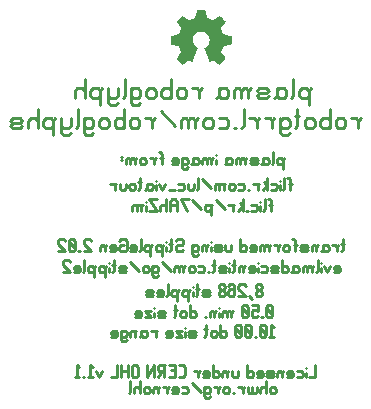
<source format=gbr>
G04 start of page 8 for group -4078 idx -4078 *
G04 Title: (unknown), bottomsilk *
G04 Creator: pcb 20110918 *
G04 CreationDate: Tue Jul 31 21:11:32 2012 UTC *
G04 For: frankenteddy *
G04 Format: Gerber/RS-274X *
G04 PCB-Dimensions: 212500 212500 *
G04 PCB-Coordinate-Origin: lower left *
%MOIN*%
%FSLAX25Y25*%
%LNBOTTOMSILK*%
%ADD31C,0.0100*%
%ADD30C,0.0001*%
G54D30*G36*
X105500Y152000D02*X108077D01*
X108160Y151968D01*
X108207Y151892D01*
X108256Y151653D01*
X108300Y151431D01*
X108691Y149299D01*
X108738Y149211D01*
X108821Y149153D01*
X108924Y149109D01*
X109714Y148838D01*
X110464Y148480D01*
X110470D01*
X110557Y148442D01*
X110654Y148428D01*
X110752Y148459D01*
X112525Y149678D01*
X112716Y149803D01*
X112917Y149939D01*
X113003Y149964D01*
X113085Y149928D01*
X113416Y149598D01*
X113920Y149098D01*
X114078Y148935D01*
X114577Y148437D01*
X114739Y148280D01*
X114907Y148106D01*
X114946Y148021D01*
X114924Y147932D01*
X114788Y147731D01*
X114659Y147541D01*
X113470Y145805D01*
X113438Y145713D01*
X113453Y145616D01*
X113498Y145517D01*
X114181Y143911D01*
X114218Y143820D01*
X114281Y143742D01*
X114371Y143695D01*
X116410Y143314D01*
X116634Y143271D01*
X116877Y143228D01*
X116952Y143181D01*
X116981Y143098D01*
Y140521D01*
X116952Y140432D01*
X116877Y140385D01*
X116634Y140342D01*
X116410Y140299D01*
X114431Y139930D01*
X114343Y139882D01*
X114289Y139799D01*
X114261Y139739D01*
Y139728D01*
X113546Y137955D01*
X113541Y137943D01*
X113524Y137900D01*
X113507Y137799D01*
X113535Y137705D01*
X114664Y136073D01*
X114788Y135882D01*
X114929Y135681D01*
X114948Y135595D01*
X114907Y135513D01*
X114739Y135334D01*
X114577Y135177D01*
X113259Y133859D01*
X113085Y133691D01*
X113003Y133650D01*
X112917Y133668D01*
X112716Y133810D01*
X112525Y133934D01*
X110931Y135031D01*
X110832Y135060D01*
X110735Y135041D01*
X110404Y134857D01*
X110210Y134748D01*
X109863Y134570D01*
X109778Y134564D01*
X109716Y134624D01*
X109570Y134981D01*
X109482Y135188D01*
X108099Y138546D01*
X108011Y138752D01*
X107914Y138985D01*
X107910Y139080D01*
X107963Y139153D01*
X108186Y139284D01*
X108327Y139392D01*
X108863Y139838D01*
X109278Y140402D01*
X109545Y141061D01*
X109639Y141791D01*
X109581Y142366D01*
X109416Y142900D01*
X109153Y143385D01*
X108804Y143807D01*
X108384Y144156D01*
X107900Y144420D01*
X107366Y144585D01*
X106792Y144643D01*
X106217Y144585D01*
X105682Y144420D01*
X105199Y144156D01*
X104777Y143807D01*
X104429Y143385D01*
X104167Y142900D01*
X104002Y142366D01*
X103943Y141791D01*
X104036Y141061D01*
X104303Y140402D01*
X104717Y139838D01*
X105256Y139392D01*
X105392Y139284D01*
X105614Y139153D01*
X105668Y139080D01*
X105663Y138985D01*
X105566Y138752D01*
X105478Y138546D01*
X104095Y135188D01*
X104009Y134981D01*
X103861Y134624D01*
X103800Y134564D01*
X103716Y134570D01*
X103374Y134748D01*
X103173Y134857D01*
X102842Y135041D01*
X102743Y135060D01*
X102646Y135031D01*
X101052Y133934D01*
X100867Y133810D01*
X100661Y133668D01*
X100574Y133650D01*
X100492Y133691D01*
X100318Y133859D01*
X100161Y134021D01*
X99663Y134520D01*
X99500Y134678D01*
X99000Y135177D01*
X98838Y135334D01*
X98670Y135513D01*
X98631Y135595D01*
X98653Y135681D01*
X98789Y135882D01*
X98920Y136073D01*
X100042Y137705D01*
X100070Y137799D01*
X100053Y137900D01*
X100031Y137960D01*
X99321Y139734D01*
X99288Y139799D01*
X99234Y139882D01*
X99148Y139930D01*
X97167Y140299D01*
X96945Y140342D01*
X96706Y140385D01*
X96627Y140435D01*
X96598Y140521D01*
Y143098D01*
X96627Y143181D01*
X96706Y143228D01*
X96945Y143277D01*
X97167Y143314D01*
X99207Y143695D01*
X99296Y143742D01*
X99359Y143825D01*
X99396Y143911D01*
X100085Y145517D01*
X100124Y145616D01*
X100141Y145713D01*
X100113Y145805D01*
X98920Y147546D01*
X98789Y147731D01*
X98653Y147932D01*
X98631Y148021D01*
X98670Y148106D01*
X98838Y148280D01*
X99000Y148437D01*
X100492Y149928D01*
X100574Y149964D01*
X100661Y149945D01*
X100867Y149809D01*
X101052Y149678D01*
X102825Y148459D01*
X102923Y148430D01*
X103021Y148448D01*
X103107Y148480D01*
X103118Y148485D01*
X103864Y148839D01*
X104654Y149114D01*
X104757Y149153D01*
X104841Y149211D01*
X104886Y149299D01*
X105284Y151431D01*
X105321Y151653D01*
X105370Y151892D01*
X105417Y151968D01*
X105500Y152000D01*
G37*
G54D31*X154000Y72000D02*Y75500D01*
Y72000D02*X153500Y71500D01*
Y74000D02*X154500D01*
X152000Y71500D02*Y73000D01*
X151500Y73500D01*
X150500D02*X151500D01*
X152500D02*X152000Y73000D01*
X147800Y73500D02*X147300Y73000D01*
X147800Y73500D02*X148800D01*
X149300Y73000D02*X148800Y73500D01*
X149300Y72000D02*Y73000D01*
Y72000D02*X148800Y71500D01*
X147300Y72000D02*Y73500D01*
Y72000D02*X146800Y71500D01*
X147800D02*X148800D01*
X147800D02*X147300Y72000D01*
X145100Y71500D02*Y73000D01*
X144600Y73500D01*
X144100D02*X144600D01*
X144100D02*X143600Y73000D01*
Y71500D02*Y73000D01*
X145600Y73500D02*X145100Y73000D01*
X140400Y71500D02*X141900D01*
X140400D02*X139900Y72000D01*
X140400Y72500D02*X139900Y72000D01*
X140400Y72500D02*X141900D01*
X142400Y73000D02*X141900Y72500D01*
X142400Y73000D02*X141900Y73500D01*
X140400D02*X141900D01*
X140400D02*X139900Y73000D01*
X142400Y72000D02*X141900Y71500D01*
X138200D02*Y75000D01*
X137700Y75500D01*
X137200D02*X137700D01*
Y73500D02*X138700D01*
X136200Y72000D02*Y73000D01*
X135700Y73500D01*
X134700D02*X135700D01*
X134700D02*X134200Y73000D01*
Y72000D02*Y73000D01*
X134700Y71500D02*X134200Y72000D01*
X134700Y71500D02*X135700D01*
X136200Y72000D02*X135700Y71500D01*
X132500D02*Y73000D01*
X132000Y73500D01*
X131000D02*X132000D01*
X133000D02*X132500Y73000D01*
X129300Y71500D02*Y73000D01*
X128800Y73500D01*
X128300D02*X128800D01*
X128300D02*X127800Y73000D01*
Y71500D02*Y73000D01*
X127300Y73500D01*
X126800D02*X127300D01*
X126800D02*X126300Y73000D01*
Y71500D02*Y73000D01*
X129800Y73500D02*X129300Y73000D01*
X123100Y71500D02*X124600D01*
X125100Y72000D02*X124600Y71500D01*
X125100Y72000D02*Y73000D01*
X124600Y73500D01*
X123600D02*X124600D01*
X123600D02*X123100Y73000D01*
Y72500D02*X125100D01*
X123100D02*Y73000D01*
X119900Y71500D02*Y75500D01*
X120400Y71500D02*X119900Y72000D01*
X120400Y71500D02*X121400D01*
X121900Y72000D02*X121400Y71500D01*
X121900Y72000D02*Y73000D01*
X121400Y73500D01*
X120400D02*X121400D01*
X120400D02*X119900Y73000D01*
X116900Y72000D02*Y73500D01*
Y72000D02*X116400Y71500D01*
X115400D02*X116400D01*
X115400D02*X114900Y72000D01*
Y73500D01*
X111700Y71500D02*X113200D01*
X111700D02*X111200Y72000D01*
X111700Y72500D02*X111200Y72000D01*
X111700Y72500D02*X113200D01*
X113700Y73000D02*X113200Y72500D01*
X113700Y73000D02*X113200Y73500D01*
X111700D02*X113200D01*
X111700D02*X111200Y73000D01*
X113700Y72000D02*X113200Y71500D01*
X110000Y74400D02*Y74500D01*
Y71500D02*Y73000D01*
X108500Y71500D02*Y73000D01*
X108000Y73500D01*
X107500D02*X108000D01*
X107500D02*X107000Y73000D01*
Y71500D02*Y73000D01*
X109000Y73500D02*X108500Y73000D01*
X104300Y73500D02*X103800Y73000D01*
X104300Y73500D02*X105300D01*
X105800Y73000D02*X105300Y73500D01*
X105800Y72000D02*Y73000D01*
Y72000D02*X105300Y71500D01*
X104300D02*X105300D01*
X104300D02*X103800Y72000D01*
X105800Y70500D02*X105300Y70000D01*
X104300D02*X105300D01*
X104300D02*X103800Y70500D01*
Y73500D01*
X98800Y75500D02*X98300Y75000D01*
X98800Y75500D02*X100300D01*
X100800Y75000D02*X100300Y75500D01*
X100800Y74000D02*Y75000D01*
Y74000D02*X100300Y73500D01*
X98800D02*X100300D01*
X98800D02*X98300Y73000D01*
Y72000D02*Y73000D01*
X98800Y71500D02*X98300Y72000D01*
X98800Y71500D02*X100300D01*
X100800Y72000D02*X100300Y71500D01*
X96600Y72000D02*Y75500D01*
Y72000D02*X96100Y71500D01*
Y74000D02*X97100D01*
X95100Y74400D02*Y74500D01*
Y71500D02*Y73000D01*
X93600Y70000D02*Y73000D01*
X94100Y73500D02*X93600Y73000D01*
X93100Y73500D01*
X92100D02*X93100D01*
X92100D02*X91600Y73000D01*
Y72000D02*Y73000D01*
X92100Y71500D02*X91600Y72000D01*
X92100Y71500D02*X93100D01*
X93600Y72000D02*X93100Y71500D01*
X89900Y70000D02*Y73000D01*
X90400Y73500D02*X89900Y73000D01*
X89400Y73500D01*
X88400D02*X89400D01*
X88400D02*X87900Y73000D01*
Y72000D02*Y73000D01*
X88400Y71500D02*X87900Y72000D01*
X88400Y71500D02*X89400D01*
X89900Y72000D02*X89400Y71500D01*
X86700Y72000D02*Y75500D01*
Y72000D02*X86200Y71500D01*
X83200D02*X84700D01*
X85200Y72000D02*X84700Y71500D01*
X85200Y72000D02*Y73000D01*
X84700Y73500D01*
X83700D02*X84700D01*
X83700D02*X83200Y73000D01*
Y72500D02*X85200D01*
X83200D02*Y73000D01*
X80000Y75500D02*X79500Y75000D01*
X80000Y75500D02*X81500D01*
X82000Y75000D02*X81500Y75500D01*
X82000Y72000D02*Y75000D01*
Y72000D02*X81500Y71500D01*
X80000D02*X81500D01*
X80000D02*X79500Y72000D01*
Y73000D01*
X80000Y73500D02*X79500Y73000D01*
X80000Y73500D02*X81000D01*
X76300Y71500D02*X77800D01*
X78300Y72000D02*X77800Y71500D01*
X78300Y72000D02*Y73000D01*
X77800Y73500D01*
X76800D02*X77800D01*
X76800D02*X76300Y73000D01*
Y72500D02*X78300D01*
X76300D02*Y73000D01*
X74600Y71500D02*Y73000D01*
X74100Y73500D01*
X73600D02*X74100D01*
X73600D02*X73100Y73000D01*
Y71500D02*Y73000D01*
X75100Y73500D02*X74600Y73000D01*
X70100Y75000D02*X69600Y75500D01*
X68100D02*X69600D01*
X68100D02*X67600Y75000D01*
Y74000D02*Y75000D01*
X70100Y71500D02*X67600Y74000D01*
Y71500D02*X70100D01*
X65900D02*X66400D01*
X64700Y72000D02*X64200Y71500D01*
X64700Y72000D02*Y75000D01*
X64200Y75500D01*
X63200D02*X64200D01*
X63200D02*X62700Y75000D01*
Y72000D02*Y75000D01*
X63200Y71500D02*X62700Y72000D01*
X63200Y71500D02*X64200D01*
X64700Y72500D02*X62700Y74500D01*
X61500Y75000D02*X61000Y75500D01*
X59500D02*X61000D01*
X59500D02*X59000Y75000D01*
Y74000D02*Y75000D01*
X61500Y71500D02*X59000Y74000D01*
Y71500D02*X61500D01*
X151000Y64500D02*X152500D01*
X153000Y65000D02*X152500Y64500D01*
X153000Y65000D02*Y66000D01*
X152500Y66500D01*
X151500D02*X152500D01*
X151500D02*X151000Y66000D01*
Y65500D02*X153000D01*
X151000D02*Y66000D01*
X149800Y66500D02*X148800Y64500D01*
X147800Y66500D02*X148800Y64500D01*
X146600Y67400D02*Y67500D01*
Y64500D02*Y66000D01*
X145600Y65000D02*Y68500D01*
Y65000D02*X145100Y64500D01*
X143600D02*Y66000D01*
X143100Y66500D01*
X142600D02*X143100D01*
X142600D02*X142100Y66000D01*
Y64500D02*Y66000D01*
X141600Y66500D01*
X141100D02*X141600D01*
X141100D02*X140600Y66000D01*
Y64500D02*Y66000D01*
X144100Y66500D02*X143600Y66000D01*
X137900Y66500D02*X137400Y66000D01*
X137900Y66500D02*X138900D01*
X139400Y66000D02*X138900Y66500D01*
X139400Y65000D02*Y66000D01*
Y65000D02*X138900Y64500D01*
X137400Y65000D02*Y66500D01*
Y65000D02*X136900Y64500D01*
X137900D02*X138900D01*
X137900D02*X137400Y65000D01*
X133700Y64500D02*Y68500D01*
X134200Y64500D02*X133700Y65000D01*
X134200Y64500D02*X135200D01*
X135700Y65000D02*X135200Y64500D01*
X135700Y65000D02*Y66000D01*
X135200Y66500D01*
X134200D02*X135200D01*
X134200D02*X133700Y66000D01*
X130500Y64500D02*X132000D01*
X130500D02*X130000Y65000D01*
X130500Y65500D02*X130000Y65000D01*
X130500Y65500D02*X132000D01*
X132500Y66000D02*X132000Y65500D01*
X132500Y66000D02*X132000Y66500D01*
X130500D02*X132000D01*
X130500D02*X130000Y66000D01*
X132500Y65000D02*X132000Y64500D01*
X126800Y66500D02*X128300D01*
X128800Y66000D02*X128300Y66500D01*
X128800Y65000D02*Y66000D01*
Y65000D02*X128300Y64500D01*
X126800D02*X128300D01*
X125600Y67400D02*Y67500D01*
Y64500D02*Y66000D01*
X122600Y64500D02*X124100D01*
X124600Y65000D02*X124100Y64500D01*
X124600Y65000D02*Y66000D01*
X124100Y66500D01*
X123100D02*X124100D01*
X123100D02*X122600Y66000D01*
Y65500D02*X124600D01*
X122600D02*Y66000D01*
X120900Y64500D02*Y66000D01*
X120400Y66500D01*
X119900D02*X120400D01*
X119900D02*X119400Y66000D01*
Y64500D02*Y66000D01*
X121400Y66500D02*X120900Y66000D01*
X117700Y65000D02*Y68500D01*
Y65000D02*X117200Y64500D01*
Y67000D02*X118200D01*
X116200Y67400D02*Y67500D01*
Y64500D02*Y66000D01*
X113200Y64500D02*X114700D01*
X113200D02*X112700Y65000D01*
X113200Y65500D02*X112700Y65000D01*
X113200Y65500D02*X114700D01*
X115200Y66000D02*X114700Y65500D01*
X115200Y66000D02*X114700Y66500D01*
X113200D02*X114700D01*
X113200D02*X112700Y66000D01*
X115200Y65000D02*X114700Y64500D01*
X111000Y65000D02*Y68500D01*
Y65000D02*X110500Y64500D01*
Y67000D02*X111500D01*
X109000Y64500D02*X109500D01*
X105800Y66500D02*X107300D01*
X107800Y66000D02*X107300Y66500D01*
X107800Y65000D02*Y66000D01*
Y65000D02*X107300Y64500D01*
X105800D02*X107300D01*
X104600Y65000D02*Y66000D01*
X104100Y66500D01*
X103100D02*X104100D01*
X103100D02*X102600Y66000D01*
Y65000D02*Y66000D01*
X103100Y64500D02*X102600Y65000D01*
X103100Y64500D02*X104100D01*
X104600Y65000D02*X104100Y64500D01*
X100900D02*Y66000D01*
X100400Y66500D01*
X99900D02*X100400D01*
X99900D02*X99400Y66000D01*
Y64500D02*Y66000D01*
X98900Y66500D01*
X98400D02*X98900D01*
X98400D02*X97900Y66000D01*
Y64500D02*Y66000D01*
X101400Y66500D02*X100900Y66000D01*
X96700Y65000D02*X93700Y68000D01*
X91000Y66500D02*X90500Y66000D01*
X91000Y66500D02*X92000D01*
X92500Y66000D02*X92000Y66500D01*
X92500Y65000D02*Y66000D01*
Y65000D02*X92000Y64500D01*
X91000D02*X92000D01*
X91000D02*X90500Y65000D01*
X92500Y63500D02*X92000Y63000D01*
X91000D02*X92000D01*
X91000D02*X90500Y63500D01*
Y66500D01*
X89300Y65000D02*Y66000D01*
X88800Y66500D01*
X87800D02*X88800D01*
X87800D02*X87300Y66000D01*
Y65000D02*Y66000D01*
X87800Y64500D02*X87300Y65000D01*
X87800Y64500D02*X88800D01*
X89300Y65000D02*X88800Y64500D01*
X86100Y65000D02*X83100Y68000D01*
X79900Y64500D02*X81400D01*
X79900D02*X79400Y65000D01*
X79900Y65500D02*X79400Y65000D01*
X79900Y65500D02*X81400D01*
X81900Y66000D02*X81400Y65500D01*
X81900Y66000D02*X81400Y66500D01*
X79900D02*X81400D01*
X79900D02*X79400Y66000D01*
X81900Y65000D02*X81400Y64500D01*
X77700Y65000D02*Y68500D01*
Y65000D02*X77200Y64500D01*
Y67000D02*X78200D01*
X76200Y67400D02*Y67500D01*
Y64500D02*Y66000D01*
X74700Y63000D02*Y66000D01*
X75200Y66500D02*X74700Y66000D01*
X74200Y66500D01*
X73200D02*X74200D01*
X73200D02*X72700Y66000D01*
Y65000D02*Y66000D01*
X73200Y64500D02*X72700Y65000D01*
X73200Y64500D02*X74200D01*
X74700Y65000D02*X74200Y64500D01*
X71000Y63000D02*Y66000D01*
X71500Y66500D02*X71000Y66000D01*
X70500Y66500D01*
X69500D02*X70500D01*
X69500D02*X69000Y66000D01*
Y65000D02*Y66000D01*
X69500Y64500D02*X69000Y65000D01*
X69500Y64500D02*X70500D01*
X71000Y65000D02*X70500Y64500D01*
X67800Y65000D02*Y68500D01*
Y65000D02*X67300Y64500D01*
X64300D02*X65800D01*
X66300Y65000D02*X65800Y64500D01*
X66300Y65000D02*Y66000D01*
X65800Y66500D01*
X64800D02*X65800D01*
X64800D02*X64300Y66000D01*
Y65500D02*X66300D01*
X64300D02*Y66000D01*
X63100Y68000D02*X62600Y68500D01*
X61100D02*X62600D01*
X61100D02*X60600Y68000D01*
Y67000D02*Y68000D01*
X63100Y64500D02*X60600Y67000D01*
Y64500D02*X63100D01*
X127000Y57000D02*X126500Y56500D01*
X127000Y57000D02*Y57800D01*
X126300Y58500D01*
X125700D02*X126300D01*
X125700D02*X125000Y57800D01*
Y57000D02*Y57800D01*
X125500Y56500D02*X125000Y57000D01*
X125500Y56500D02*X126500D01*
X127000Y59200D02*X126300Y58500D01*
X127000Y59200D02*Y60000D01*
X126500Y60500D01*
X125500D02*X126500D01*
X125500D02*X125000Y60000D01*
Y59200D02*Y60000D01*
X125700Y58500D02*X125000Y59200D01*
X123800Y55500D02*X122800Y56500D01*
X121600Y60000D02*X121100Y60500D01*
X119600D02*X121100D01*
X119600D02*X119100Y60000D01*
Y59000D02*Y60000D01*
X121600Y56500D02*X119100Y59000D01*
Y56500D02*X121600D01*
X116400Y60500D02*X115900Y60000D01*
X116400Y60500D02*X117400D01*
X117900Y60000D02*X117400Y60500D01*
X117900Y57000D02*Y60000D01*
Y57000D02*X117400Y56500D01*
X116400Y58700D02*X115900Y58200D01*
X116400Y58700D02*X117900D01*
X116400Y56500D02*X117400D01*
X116400D02*X115900Y57000D01*
Y58200D01*
X114700Y57000D02*X114200Y56500D01*
X114700Y57000D02*Y57800D01*
X114000Y58500D01*
X113400D02*X114000D01*
X113400D02*X112700Y57800D01*
Y57000D02*Y57800D01*
X113200Y56500D02*X112700Y57000D01*
X113200Y56500D02*X114200D01*
X114700Y59200D02*X114000Y58500D01*
X114700Y59200D02*Y60000D01*
X114200Y60500D01*
X113200D02*X114200D01*
X113200D02*X112700Y60000D01*
Y59200D02*Y60000D01*
X113400Y58500D02*X112700Y59200D01*
X107700Y56500D02*X109200D01*
X107700D02*X107200Y57000D01*
X107700Y57500D02*X107200Y57000D01*
X107700Y57500D02*X109200D01*
X109700Y58000D02*X109200Y57500D01*
X109700Y58000D02*X109200Y58500D01*
X107700D02*X109200D01*
X107700D02*X107200Y58000D01*
X109700Y57000D02*X109200Y56500D01*
X105500Y57000D02*Y60500D01*
Y57000D02*X105000Y56500D01*
Y59000D02*X106000D01*
X104000Y59400D02*Y59500D01*
Y56500D02*Y58000D01*
X102500Y55000D02*Y58000D01*
X103000Y58500D02*X102500Y58000D01*
X102000Y58500D01*
X101000D02*X102000D01*
X101000D02*X100500Y58000D01*
Y57000D02*Y58000D01*
X101000Y56500D02*X100500Y57000D01*
X101000Y56500D02*X102000D01*
X102500Y57000D02*X102000Y56500D01*
X98800Y55000D02*Y58000D01*
X99300Y58500D02*X98800Y58000D01*
X98300Y58500D01*
X97300D02*X98300D01*
X97300D02*X96800Y58000D01*
Y57000D02*Y58000D01*
X97300Y56500D02*X96800Y57000D01*
X97300Y56500D02*X98300D01*
X98800Y57000D02*X98300Y56500D01*
X95600Y57000D02*Y60500D01*
Y57000D02*X95100Y56500D01*
X92100D02*X93600D01*
X94100Y57000D02*X93600Y56500D01*
X94100Y57000D02*Y58000D01*
X93600Y58500D01*
X92600D02*X93600D01*
X92600D02*X92100Y58000D01*
Y57500D02*X94100D01*
X92100D02*Y58000D01*
X88900Y56500D02*X90400D01*
X88900D02*X88400Y57000D01*
X88900Y57500D02*X88400Y57000D01*
X88900Y57500D02*X90400D01*
X90900Y58000D02*X90400Y57500D01*
X90900Y58000D02*X90400Y58500D01*
X88900D02*X90400D01*
X88900D02*X88400Y58000D01*
X90900Y57000D02*X90400Y56500D01*
X130500Y50000D02*X130000Y49500D01*
X130500Y50000D02*Y53000D01*
X130000Y53500D01*
X129000D02*X130000D01*
X129000D02*X128500Y53000D01*
Y50000D02*Y53000D01*
X129000Y49500D02*X128500Y50000D01*
X129000Y49500D02*X130000D01*
X130500Y50500D02*X128500Y52500D01*
X126800Y49500D02*X127300D01*
X123600Y53500D02*X125600D01*
Y51500D02*Y53500D01*
Y51500D02*X125100Y52000D01*
X124100D02*X125100D01*
X124100D02*X123600Y51500D01*
Y50000D02*Y51500D01*
X124100Y49500D02*X123600Y50000D01*
X124100Y49500D02*X125100D01*
X125600Y50000D02*X125100Y49500D01*
X122400Y50000D02*X121900Y49500D01*
X122400Y50000D02*Y53000D01*
X121900Y53500D01*
X120900D02*X121900D01*
X120900D02*X120400Y53000D01*
Y50000D02*Y53000D01*
X120900Y49500D02*X120400Y50000D01*
X120900Y49500D02*X121900D01*
X122400Y50500D02*X120400Y52500D01*
X116900Y49500D02*Y51000D01*
X116400Y51500D01*
X115900D02*X116400D01*
X115900D02*X115400Y51000D01*
Y49500D02*Y51000D01*
X114900Y51500D01*
X114400D02*X114900D01*
X114400D02*X113900Y51000D01*
Y49500D02*Y51000D01*
X117400Y51500D02*X116900Y51000D01*
X112700Y52400D02*Y52500D01*
Y49500D02*Y51000D01*
X111200Y49500D02*Y51000D01*
X110700Y51500D01*
X110200D02*X110700D01*
X110200D02*X109700Y51000D01*
Y49500D02*Y51000D01*
X111700Y51500D02*X111200Y51000D01*
X108000Y49500D02*X108500D01*
X103000D02*Y53500D01*
X103500Y49500D02*X103000Y50000D01*
X103500Y49500D02*X104500D01*
X105000Y50000D02*X104500Y49500D01*
X105000Y50000D02*Y51000D01*
X104500Y51500D01*
X103500D02*X104500D01*
X103500D02*X103000Y51000D01*
X101800Y50000D02*Y51000D01*
X101300Y51500D01*
X100300D02*X101300D01*
X100300D02*X99800Y51000D01*
Y50000D02*Y51000D01*
X100300Y49500D02*X99800Y50000D01*
X100300Y49500D02*X101300D01*
X101800Y50000D02*X101300Y49500D01*
X98100Y50000D02*Y53500D01*
Y50000D02*X97600Y49500D01*
Y52000D02*X98600D01*
X92800Y49500D02*X94300D01*
X92800D02*X92300Y50000D01*
X92800Y50500D02*X92300Y50000D01*
X92800Y50500D02*X94300D01*
X94800Y51000D02*X94300Y50500D01*
X94800Y51000D02*X94300Y51500D01*
X92800D02*X94300D01*
X92800D02*X92300Y51000D01*
X94800Y50000D02*X94300Y49500D01*
X91100Y52400D02*Y52500D01*
Y49500D02*Y51000D01*
X88100Y51500D02*X90100D01*
Y49500D02*X88100Y51500D01*
Y49500D02*X90100D01*
X84900D02*X86400D01*
X86900Y50000D02*X86400Y49500D01*
X86900Y50000D02*Y51000D01*
X86400Y51500D01*
X85400D02*X86400D01*
X85400D02*X84900Y51000D01*
Y50500D02*X86900D01*
X84900D02*Y51000D01*
X131000Y46200D02*X130200Y47000D01*
Y43000D02*Y47000D01*
X129500Y43000D02*X131000D01*
X128300Y43500D02*X127800Y43000D01*
X128300Y43500D02*Y46500D01*
X127800Y47000D01*
X126800D02*X127800D01*
X126800D02*X126300Y46500D01*
Y43500D02*Y46500D01*
X126800Y43000D02*X126300Y43500D01*
X126800Y43000D02*X127800D01*
X128300Y44000D02*X126300Y46000D01*
X124600Y43000D02*X125100D01*
X123400Y43500D02*X122900Y43000D01*
X123400Y43500D02*Y46500D01*
X122900Y47000D01*
X121900D02*X122900D01*
X121900D02*X121400Y46500D01*
Y43500D02*Y46500D01*
X121900Y43000D02*X121400Y43500D01*
X121900Y43000D02*X122900D01*
X123400Y44000D02*X121400Y46000D01*
X120200Y43500D02*X119700Y43000D01*
X120200Y43500D02*Y46500D01*
X119700Y47000D01*
X118700D02*X119700D01*
X118700D02*X118200Y46500D01*
Y43500D02*Y46500D01*
X118700Y43000D02*X118200Y43500D01*
X118700Y43000D02*X119700D01*
X120200Y44000D02*X118200Y46000D01*
X113200Y43000D02*Y47000D01*
X113700Y43000D02*X113200Y43500D01*
X113700Y43000D02*X114700D01*
X115200Y43500D02*X114700Y43000D01*
X115200Y43500D02*Y44500D01*
X114700Y45000D01*
X113700D02*X114700D01*
X113700D02*X113200Y44500D01*
X112000Y43500D02*Y44500D01*
X111500Y45000D01*
X110500D02*X111500D01*
X110500D02*X110000Y44500D01*
Y43500D02*Y44500D01*
X110500Y43000D02*X110000Y43500D01*
X110500Y43000D02*X111500D01*
X112000Y43500D02*X111500Y43000D01*
X108300Y43500D02*Y47000D01*
Y43500D02*X107800Y43000D01*
Y45500D02*X108800D01*
X103000Y43000D02*X104500D01*
X103000D02*X102500Y43500D01*
X103000Y44000D02*X102500Y43500D01*
X103000Y44000D02*X104500D01*
X105000Y44500D02*X104500Y44000D01*
X105000Y44500D02*X104500Y45000D01*
X103000D02*X104500D01*
X103000D02*X102500Y44500D01*
X105000Y43500D02*X104500Y43000D01*
X101300Y45900D02*Y46000D01*
Y43000D02*Y44500D01*
X98300Y45000D02*X100300D01*
Y43000D02*X98300Y45000D01*
Y43000D02*X100300D01*
X95100D02*X96600D01*
X97100Y43500D02*X96600Y43000D01*
X97100Y43500D02*Y44500D01*
X96600Y45000D01*
X95600D02*X96600D01*
X95600D02*X95100Y44500D01*
Y44000D02*X97100D01*
X95100D02*Y44500D01*
X91600Y43000D02*Y44500D01*
X91100Y45000D01*
X90100D02*X91100D01*
X92100D02*X91600Y44500D01*
X87400Y45000D02*X86900Y44500D01*
X87400Y45000D02*X88400D01*
X88900Y44500D02*X88400Y45000D01*
X88900Y43500D02*Y44500D01*
Y43500D02*X88400Y43000D01*
X86900Y43500D02*Y45000D01*
Y43500D02*X86400Y43000D01*
X87400D02*X88400D01*
X87400D02*X86900Y43500D01*
X84700Y43000D02*Y44500D01*
X84200Y45000D01*
X83700D02*X84200D01*
X83700D02*X83200Y44500D01*
Y43000D02*Y44500D01*
X85200Y45000D02*X84700Y44500D01*
X80500Y45000D02*X80000Y44500D01*
X80500Y45000D02*X81500D01*
X82000Y44500D02*X81500Y45000D01*
X82000Y43500D02*Y44500D01*
Y43500D02*X81500Y43000D01*
X80500D02*X81500D01*
X80500D02*X80000Y43500D01*
X82000Y42000D02*X81500Y41500D01*
X80500D02*X81500D01*
X80500D02*X80000Y42000D01*
Y45000D01*
X76800Y43000D02*X78300D01*
X78800Y43500D02*X78300Y43000D01*
X78800Y43500D02*Y44500D01*
X78300Y45000D01*
X77300D02*X78300D01*
X77300D02*X76800Y44500D01*
Y44000D02*X78800D01*
X76800D02*Y44500D01*
X134000Y99000D02*Y102000D01*
X134500Y102500D02*X134000Y102000D01*
X133500Y102500D01*
X132500D02*X133500D01*
X132500D02*X132000Y102000D01*
Y101000D02*Y102000D01*
X132500Y100500D02*X132000Y101000D01*
X132500Y100500D02*X133500D01*
X134000Y101000D02*X133500Y100500D01*
X130800Y101000D02*Y104500D01*
Y101000D02*X130300Y100500D01*
X127800Y102500D02*X127300Y102000D01*
X127800Y102500D02*X128800D01*
X129300Y102000D02*X128800Y102500D01*
X129300Y101000D02*Y102000D01*
Y101000D02*X128800Y100500D01*
X127300Y101000D02*Y102500D01*
Y101000D02*X126800Y100500D01*
X127800D02*X128800D01*
X127800D02*X127300Y101000D01*
X123600Y100500D02*X125100D01*
X123600D02*X123100Y101000D01*
X123600Y101500D02*X123100Y101000D01*
X123600Y101500D02*X125100D01*
X125600Y102000D02*X125100Y101500D01*
X125600Y102000D02*X125100Y102500D01*
X123600D02*X125100D01*
X123600D02*X123100Y102000D01*
X125600Y101000D02*X125100Y100500D01*
X121400D02*Y102000D01*
X120900Y102500D01*
X120400D02*X120900D01*
X120400D02*X119900Y102000D01*
Y100500D02*Y102000D01*
X119400Y102500D01*
X118900D02*X119400D01*
X118900D02*X118400Y102000D01*
Y100500D02*Y102000D01*
X121900Y102500D02*X121400Y102000D01*
X115700Y102500D02*X115200Y102000D01*
X115700Y102500D02*X116700D01*
X117200Y102000D02*X116700Y102500D01*
X117200Y101000D02*Y102000D01*
Y101000D02*X116700Y100500D01*
X115200Y101000D02*Y102500D01*
Y101000D02*X114700Y100500D01*
X115700D02*X116700D01*
X115700D02*X115200Y101000D01*
X111700Y103400D02*Y103500D01*
Y100500D02*Y102000D01*
X110200Y100500D02*Y102000D01*
X109700Y102500D01*
X109200D02*X109700D01*
X109200D02*X108700Y102000D01*
Y100500D02*Y102000D01*
X108200Y102500D01*
X107700D02*X108200D01*
X107700D02*X107200Y102000D01*
Y100500D02*Y102000D01*
X110700Y102500D02*X110200Y102000D01*
X104500Y102500D02*X104000Y102000D01*
X104500Y102500D02*X105500D01*
X106000Y102000D02*X105500Y102500D01*
X106000Y101000D02*Y102000D01*
Y101000D02*X105500Y100500D01*
X104000Y101000D02*Y102500D01*
Y101000D02*X103500Y100500D01*
X104500D02*X105500D01*
X104500D02*X104000Y101000D01*
X100800Y102500D02*X100300Y102000D01*
X100800Y102500D02*X101800D01*
X102300Y102000D02*X101800Y102500D01*
X102300Y101000D02*Y102000D01*
Y101000D02*X101800Y100500D01*
X100800D02*X101800D01*
X100800D02*X100300Y101000D01*
X102300Y99500D02*X101800Y99000D01*
X100800D02*X101800D01*
X100800D02*X100300Y99500D01*
Y102500D01*
X97100Y100500D02*X98600D01*
X99100Y101000D02*X98600Y100500D01*
X99100Y101000D02*Y102000D01*
X98600Y102500D01*
X97600D02*X98600D01*
X97600D02*X97100Y102000D01*
Y101500D02*X99100D01*
X97100D02*Y102000D01*
X93600Y100500D02*Y104000D01*
X93100Y104500D01*
X92600D02*X93100D01*
Y102500D02*X94100D01*
X91100Y100500D02*Y102000D01*
X90600Y102500D01*
X89600D02*X90600D01*
X91600D02*X91100Y102000D01*
X88400Y101000D02*Y102000D01*
X87900Y102500D01*
X86900D02*X87900D01*
X86900D02*X86400Y102000D01*
Y101000D02*Y102000D01*
X86900Y100500D02*X86400Y101000D01*
X86900Y100500D02*X87900D01*
X88400Y101000D02*X87900Y100500D01*
X84700D02*Y102000D01*
X84200Y102500D01*
X83700D02*X84200D01*
X83700D02*X83200Y102000D01*
Y100500D02*Y102000D01*
X82700Y102500D01*
X82200D02*X82700D01*
X82200D02*X81700Y102000D01*
Y100500D02*Y102000D01*
X85200Y102500D02*X84700Y102000D01*
X80000Y103000D02*X80500D01*
X80000Y102000D02*X80500D01*
X130000Y85000D02*Y88500D01*
X129500Y89000D01*
X129000D02*X129500D01*
Y87000D02*X130500D01*
X128000Y85500D02*Y89000D01*
Y85500D02*X127500Y85000D01*
X126500Y87900D02*Y88000D01*
Y85000D02*Y86500D01*
X123500Y87000D02*X125000D01*
X125500Y86500D02*X125000Y87000D01*
X125500Y85500D02*Y86500D01*
Y85500D02*X125000Y85000D01*
X123500D02*X125000D01*
X121800D02*X122300D01*
X120600D02*Y89000D01*
Y86500D02*X119100Y85000D01*
X120600Y86500D02*X119600Y87500D01*
X117400Y85000D02*Y86500D01*
X116900Y87000D01*
X115900D02*X116900D01*
X117900D02*X117400Y86500D01*
X114700Y85500D02*X111700Y88500D01*
X110000Y83500D02*Y86500D01*
X110500Y87000D02*X110000Y86500D01*
X109500Y87000D01*
X108500D02*X109500D01*
X108500D02*X108000Y86500D01*
Y85500D02*Y86500D01*
X108500Y85000D02*X108000Y85500D01*
X108500Y85000D02*X109500D01*
X110000Y85500D02*X109500Y85000D01*
X106800Y85500D02*X103800Y88500D01*
X102100Y85000D02*X100100Y89000D01*
X102600D01*
X98900Y85000D02*Y88000D01*
X98200Y89000D01*
X97100D02*X98200D01*
X97100D02*X96400Y88000D01*
Y85000D02*Y88000D01*
Y87000D02*X98900D01*
X95200Y85000D02*Y89000D01*
Y86500D02*X94700Y87000D01*
X93700D02*X94700D01*
X93700D02*X93200Y86500D01*
Y85000D02*Y86500D01*
X89500Y89000D02*X92000D01*
Y85000D02*X89500Y89000D01*
Y85000D02*X92000D01*
X88300Y87900D02*Y88000D01*
Y85000D02*Y86500D01*
X86800Y85000D02*Y86500D01*
X86300Y87000D01*
X85800D02*X86300D01*
X85800D02*X85300Y86500D01*
Y85000D02*Y86500D01*
X84800Y87000D01*
X84300D02*X84800D01*
X84300D02*X83800Y86500D01*
Y85000D02*Y86500D01*
X87300Y87000D02*X86800Y86500D01*
X136500Y92000D02*Y95500D01*
X136000Y96000D01*
X135500D02*X136000D01*
Y94000D02*X137000D01*
X134500Y92500D02*Y96000D01*
Y92500D02*X134000Y92000D01*
X133000Y94900D02*Y95000D01*
Y92000D02*Y93500D01*
X130000Y94000D02*X131500D01*
X132000Y93500D02*X131500Y94000D01*
X132000Y92500D02*Y93500D01*
Y92500D02*X131500Y92000D01*
X130000D02*X131500D01*
X128800D02*Y96000D01*
Y93500D02*X127300Y92000D01*
X128800Y93500D02*X127800Y94500D01*
X125600Y92000D02*Y93500D01*
X125100Y94000D01*
X124100D02*X125100D01*
X126100D02*X125600Y93500D01*
X122400Y92000D02*X122900D01*
X119200Y94000D02*X120700D01*
X121200Y93500D02*X120700Y94000D01*
X121200Y92500D02*Y93500D01*
Y92500D02*X120700Y92000D01*
X119200D02*X120700D01*
X118000Y92500D02*Y93500D01*
X117500Y94000D01*
X116500D02*X117500D01*
X116500D02*X116000Y93500D01*
Y92500D02*Y93500D01*
X116500Y92000D02*X116000Y92500D01*
X116500Y92000D02*X117500D01*
X118000Y92500D02*X117500Y92000D01*
X114300D02*Y93500D01*
X113800Y94000D01*
X113300D02*X113800D01*
X113300D02*X112800Y93500D01*
Y92000D02*Y93500D01*
X112300Y94000D01*
X111800D02*X112300D01*
X111800D02*X111300Y93500D01*
Y92000D02*Y93500D01*
X114800Y94000D02*X114300Y93500D01*
X110100Y92500D02*X107100Y95500D01*
X105900Y92500D02*Y96000D01*
Y92500D02*X105400Y92000D01*
X104400Y92500D02*Y94000D01*
Y92500D02*X103900Y92000D01*
X102900D02*X103900D01*
X102900D02*X102400Y92500D01*
Y94000D01*
X99200D02*X100700D01*
X101200Y93500D02*X100700Y94000D01*
X101200Y92500D02*Y93500D01*
Y92500D02*X100700Y92000D01*
X99200D02*X100700D01*
X96000D02*X98000D01*
X94800Y94000D02*X93800Y92000D01*
X92800Y94000D02*X93800Y92000D01*
X91600Y94900D02*Y95000D01*
Y92000D02*Y93500D01*
X89100Y94000D02*X88600Y93500D01*
X89100Y94000D02*X90100D01*
X90600Y93500D02*X90100Y94000D01*
X90600Y92500D02*Y93500D01*
Y92500D02*X90100Y92000D01*
X88600Y92500D02*Y94000D01*
Y92500D02*X88100Y92000D01*
X89100D02*X90100D01*
X89100D02*X88600Y92500D01*
X86400D02*Y96000D01*
Y92500D02*X85900Y92000D01*
Y94500D02*X86900D01*
X84900Y92500D02*Y93500D01*
X84400Y94000D01*
X83400D02*X84400D01*
X83400D02*X82900Y93500D01*
Y92500D02*Y93500D01*
X83400Y92000D02*X82900Y92500D01*
X83400Y92000D02*X84400D01*
X84900Y92500D02*X84400Y92000D01*
X81700Y92500D02*Y94000D01*
Y92500D02*X81200Y92000D01*
X80200D02*X81200D01*
X80200D02*X79700Y92500D01*
Y94000D01*
X78000Y92000D02*Y93500D01*
X77500Y94000D01*
X76500D02*X77500D01*
X78500D02*X78000Y93500D01*
X142700Y120100D02*Y124900D01*
X143500Y125700D02*X142700Y124900D01*
X141900Y125700D01*
X140300D02*X141900D01*
X140300D02*X139500Y124900D01*
Y123300D02*Y124900D01*
X140300Y122500D02*X139500Y123300D01*
X140300Y122500D02*X141900D01*
X142700Y123300D02*X141900Y122500D01*
X137580Y123300D02*Y128900D01*
Y123300D02*X136780Y122500D01*
X132780Y125700D02*X131980Y124900D01*
X132780Y125700D02*X134380D01*
X135180Y124900D02*X134380Y125700D01*
X135180Y123300D02*Y124900D01*
Y123300D02*X134380Y122500D01*
X131980Y123300D02*Y125700D01*
Y123300D02*X131180Y122500D01*
X132780D02*X134380D01*
X132780D02*X131980Y123300D01*
X126060Y122500D02*X128460D01*
X126060D02*X125260Y123300D01*
X126060Y124100D02*X125260Y123300D01*
X126060Y124100D02*X128460D01*
X129260Y124900D02*X128460Y124100D01*
X129260Y124900D02*X128460Y125700D01*
X126060D02*X128460D01*
X126060D02*X125260Y124900D01*
X129260Y123300D02*X128460Y122500D01*
X122540D02*Y124900D01*
X121740Y125700D01*
X120940D02*X121740D01*
X120940D02*X120140Y124900D01*
Y122500D02*Y124900D01*
X119340Y125700D01*
X118540D02*X119340D01*
X118540D02*X117740Y124900D01*
Y122500D02*Y124900D01*
X123340Y125700D02*X122540Y124900D01*
X113420Y125700D02*X112620Y124900D01*
X113420Y125700D02*X115020D01*
X115820Y124900D02*X115020Y125700D01*
X115820Y123300D02*Y124900D01*
Y123300D02*X115020Y122500D01*
X112620Y123300D02*Y125700D01*
Y123300D02*X111820Y122500D01*
X113420D02*X115020D01*
X113420D02*X112620Y123300D01*
X106220Y122500D02*Y124900D01*
X105420Y125700D01*
X103820D02*X105420D01*
X107020D02*X106220Y124900D01*
X101900Y123300D02*Y124900D01*
X101100Y125700D01*
X99500D02*X101100D01*
X99500D02*X98700Y124900D01*
Y123300D02*Y124900D01*
X99500Y122500D02*X98700Y123300D01*
X99500Y122500D02*X101100D01*
X101900Y123300D02*X101100Y122500D01*
X96780D02*Y128900D01*
Y123300D02*X95980Y122500D01*
X94380D02*X95980D01*
X94380D02*X93580Y123300D01*
Y124900D01*
X94380Y125700D02*X93580Y124900D01*
X94380Y125700D02*X95980D01*
X96780Y124900D02*X95980Y125700D01*
X91660Y123300D02*Y124900D01*
X90860Y125700D01*
X89260D02*X90860D01*
X89260D02*X88460Y124900D01*
Y123300D02*Y124900D01*
X89260Y122500D02*X88460Y123300D01*
X89260Y122500D02*X90860D01*
X91660Y123300D02*X90860Y122500D01*
X84140Y125700D02*X83340Y124900D01*
X84140Y125700D02*X85740D01*
X86540Y124900D02*X85740Y125700D01*
X86540Y123300D02*Y124900D01*
Y123300D02*X85740Y122500D01*
X84140D02*X85740D01*
X84140D02*X83340Y123300D01*
X86540Y120900D02*X85740Y120100D01*
X84140D02*X85740D01*
X84140D02*X83340Y120900D01*
Y125700D01*
X81420Y123300D02*Y128900D01*
Y123300D02*X80620Y122500D01*
X79020Y123300D02*Y125700D01*
Y123300D02*X78220Y122500D01*
X75820Y120900D02*Y125700D01*
X76620Y120100D02*X75820Y120900D01*
X76620Y120100D02*X78220D01*
X79020Y120900D02*X78220Y120100D01*
X76620Y122500D02*X78220D01*
X76620D02*X75820Y123300D01*
X73100Y120100D02*Y124900D01*
X73900Y125700D02*X73100Y124900D01*
X72300Y125700D01*
X70700D02*X72300D01*
X70700D02*X69900Y124900D01*
Y123300D02*Y124900D01*
X70700Y122500D02*X69900Y123300D01*
X70700Y122500D02*X72300D01*
X73100Y123300D02*X72300Y122500D01*
X67980D02*Y128900D01*
Y124900D02*X67180Y125700D01*
X65580D02*X67180D01*
X65580D02*X64780Y124900D01*
Y122500D02*Y124900D01*
X159200Y112500D02*Y114900D01*
X158400Y115700D01*
X156800D02*X158400D01*
X160000D02*X159200Y114900D01*
X154880Y113300D02*Y114900D01*
X154080Y115700D01*
X152480D02*X154080D01*
X152480D02*X151680Y114900D01*
Y113300D02*Y114900D01*
X152480Y112500D02*X151680Y113300D01*
X152480Y112500D02*X154080D01*
X154880Y113300D02*X154080Y112500D01*
X149760D02*Y118900D01*
Y113300D02*X148960Y112500D01*
X147360D02*X148960D01*
X147360D02*X146560Y113300D01*
Y114900D01*
X147360Y115700D02*X146560Y114900D01*
X147360Y115700D02*X148960D01*
X149760Y114900D02*X148960Y115700D01*
X144640Y113300D02*Y114900D01*
X143840Y115700D01*
X142240D02*X143840D01*
X142240D02*X141440Y114900D01*
Y113300D02*Y114900D01*
X142240Y112500D02*X141440Y113300D01*
X142240Y112500D02*X143840D01*
X144640Y113300D02*X143840Y112500D01*
X138720Y113300D02*Y118900D01*
Y113300D02*X137920Y112500D01*
Y116500D02*X139520D01*
X133920Y115700D02*X133120Y114900D01*
X133920Y115700D02*X135520D01*
X136320Y114900D02*X135520Y115700D01*
X136320Y113300D02*Y114900D01*
Y113300D02*X135520Y112500D01*
X133920D02*X135520D01*
X133920D02*X133120Y113300D01*
X136320Y110900D02*X135520Y110100D01*
X133920D02*X135520D01*
X133920D02*X133120Y110900D01*
Y115700D01*
X130400Y112500D02*Y114900D01*
X129600Y115700D01*
X128000D02*X129600D01*
X131200D02*X130400Y114900D01*
X125280Y112500D02*Y114900D01*
X124480Y115700D01*
X122880D02*X124480D01*
X126080D02*X125280Y114900D01*
X120960Y113300D02*Y118900D01*
Y113300D02*X120160Y112500D01*
X117760D02*X118560D01*
X112640Y115700D02*X115040D01*
X115840Y114900D02*X115040Y115700D01*
X115840Y113300D02*Y114900D01*
Y113300D02*X115040Y112500D01*
X112640D02*X115040D01*
X110720Y113300D02*Y114900D01*
X109920Y115700D01*
X108320D02*X109920D01*
X108320D02*X107520Y114900D01*
Y113300D02*Y114900D01*
X108320Y112500D02*X107520Y113300D01*
X108320Y112500D02*X109920D01*
X110720Y113300D02*X109920Y112500D01*
X104800D02*Y114900D01*
X104000Y115700D01*
X103200D02*X104000D01*
X103200D02*X102400Y114900D01*
Y112500D02*Y114900D01*
X101600Y115700D01*
X100800D02*X101600D01*
X100800D02*X100000Y114900D01*
Y112500D02*Y114900D01*
X105600Y115700D02*X104800Y114900D01*
X98080Y113300D02*X93280Y118100D01*
X90560Y112500D02*Y114900D01*
X89760Y115700D01*
X88160D02*X89760D01*
X91360D02*X90560Y114900D01*
X86240Y113300D02*Y114900D01*
X85440Y115700D01*
X83840D02*X85440D01*
X83840D02*X83040Y114900D01*
Y113300D02*Y114900D01*
X83840Y112500D02*X83040Y113300D01*
X83840Y112500D02*X85440D01*
X86240Y113300D02*X85440Y112500D01*
X81120D02*Y118900D01*
Y113300D02*X80320Y112500D01*
X78720D02*X80320D01*
X78720D02*X77920Y113300D01*
Y114900D01*
X78720Y115700D02*X77920Y114900D01*
X78720Y115700D02*X80320D01*
X81120Y114900D02*X80320Y115700D01*
X76000Y113300D02*Y114900D01*
X75200Y115700D01*
X73600D02*X75200D01*
X73600D02*X72800Y114900D01*
Y113300D02*Y114900D01*
X73600Y112500D02*X72800Y113300D01*
X73600Y112500D02*X75200D01*
X76000Y113300D02*X75200Y112500D01*
X68480Y115700D02*X67680Y114900D01*
X68480Y115700D02*X70080D01*
X70880Y114900D02*X70080Y115700D01*
X70880Y113300D02*Y114900D01*
Y113300D02*X70080Y112500D01*
X68480D02*X70080D01*
X68480D02*X67680Y113300D01*
X70880Y110900D02*X70080Y110100D01*
X68480D02*X70080D01*
X68480D02*X67680Y110900D01*
Y115700D01*
X65760Y113300D02*Y118900D01*
Y113300D02*X64960Y112500D01*
X63360Y113300D02*Y115700D01*
Y113300D02*X62560Y112500D01*
X60160Y110900D02*Y115700D01*
X60960Y110100D02*X60160Y110900D01*
X60960Y110100D02*X62560D01*
X63360Y110900D02*X62560Y110100D01*
X60960Y112500D02*X62560D01*
X60960D02*X60160Y113300D01*
X57440Y110100D02*Y114900D01*
X58240Y115700D02*X57440Y114900D01*
X56640Y115700D01*
X55040D02*X56640D01*
X55040D02*X54240Y114900D01*
Y113300D02*Y114900D01*
X55040Y112500D02*X54240Y113300D01*
X55040Y112500D02*X56640D01*
X57440Y113300D02*X56640Y112500D01*
X52320D02*Y118900D01*
Y114900D02*X51520Y115700D01*
X49920D02*X51520D01*
X49920D02*X49120Y114900D01*
Y112500D02*Y114900D01*
X44000Y112500D02*X46400D01*
X44000D02*X43200Y113300D01*
X44000Y114100D02*X43200Y113300D01*
X44000Y114100D02*X46400D01*
X47200Y114900D02*X46400Y114100D01*
X47200Y114900D02*X46400Y115700D01*
X44000D02*X46400D01*
X44000D02*X43200Y114900D01*
X47200Y113300D02*X46400Y112500D01*
X144800Y29500D02*Y33500D01*
X142800Y29500D02*X144800D01*
X141600Y32400D02*Y32500D01*
Y29500D02*Y31000D01*
X138600Y31500D02*X140100D01*
X140600Y31000D02*X140100Y31500D01*
X140600Y30000D02*Y31000D01*
Y30000D02*X140100Y29500D01*
X138600D02*X140100D01*
X135400D02*X136900D01*
X137400Y30000D02*X136900Y29500D01*
X137400Y30000D02*Y31000D01*
X136900Y31500D01*
X135900D02*X136900D01*
X135900D02*X135400Y31000D01*
Y30500D02*X137400D01*
X135400D02*Y31000D01*
X133700Y29500D02*Y31000D01*
X133200Y31500D01*
X132700D02*X133200D01*
X132700D02*X132200Y31000D01*
Y29500D02*Y31000D01*
X134200Y31500D02*X133700Y31000D01*
X129000Y29500D02*X130500D01*
X129000D02*X128500Y30000D01*
X129000Y30500D02*X128500Y30000D01*
X129000Y30500D02*X130500D01*
X131000Y31000D02*X130500Y30500D01*
X131000Y31000D02*X130500Y31500D01*
X129000D02*X130500D01*
X129000D02*X128500Y31000D01*
X131000Y30000D02*X130500Y29500D01*
X125300D02*X126800D01*
X127300Y30000D02*X126800Y29500D01*
X127300Y30000D02*Y31000D01*
X126800Y31500D01*
X125800D02*X126800D01*
X125800D02*X125300Y31000D01*
Y30500D02*X127300D01*
X125300D02*Y31000D01*
X122100Y29500D02*Y33500D01*
X122600Y29500D02*X122100Y30000D01*
X122600Y29500D02*X123600D01*
X124100Y30000D02*X123600Y29500D01*
X124100Y30000D02*Y31000D01*
X123600Y31500D01*
X122600D02*X123600D01*
X122600D02*X122100Y31000D01*
X119100Y30000D02*Y31500D01*
Y30000D02*X118600Y29500D01*
X117600D02*X118600D01*
X117600D02*X117100Y30000D01*
Y31500D01*
X115400Y29500D02*Y31000D01*
X114900Y31500D01*
X114400D02*X114900D01*
X114400D02*X113900Y31000D01*
Y29500D02*Y31000D01*
X115900Y31500D02*X115400Y31000D01*
X110700Y29500D02*Y33500D01*
X111200Y29500D02*X110700Y30000D01*
X111200Y29500D02*X112200D01*
X112700Y30000D02*X112200Y29500D01*
X112700Y30000D02*Y31000D01*
X112200Y31500D01*
X111200D02*X112200D01*
X111200D02*X110700Y31000D01*
X107500Y29500D02*X109000D01*
X109500Y30000D02*X109000Y29500D01*
X109500Y30000D02*Y31000D01*
X109000Y31500D01*
X108000D02*X109000D01*
X108000D02*X107500Y31000D01*
Y30500D02*X109500D01*
X107500D02*Y31000D01*
X105800Y29500D02*Y31000D01*
X105300Y31500D01*
X104300D02*X105300D01*
X106300D02*X105800Y31000D01*
X99300Y29500D02*X100600D01*
X101300Y30200D02*X100600Y29500D01*
X101300Y30200D02*Y32800D01*
X100600Y33500D01*
X99300D02*X100600D01*
X96600Y31700D02*X98100D01*
X96100Y29500D02*X98100D01*
Y33500D01*
X96100D02*X98100D01*
X92900D02*X94900D01*
X92900D02*X92400Y33000D01*
Y32000D02*Y33000D01*
X92900Y31500D02*X92400Y32000D01*
X92900Y31500D02*X94400D01*
Y29500D02*Y33500D01*
X93600Y31500D02*X92400Y29500D01*
X91200D02*Y33500D01*
X88700Y29500D01*
Y33500D01*
X85700Y30000D02*Y33000D01*
X85200Y33500D01*
X84200D02*X85200D01*
X84200D02*X83700Y33000D01*
Y30000D02*Y33000D01*
X84200Y29500D02*X83700Y30000D01*
X84200Y29500D02*X85200D01*
X85700Y30000D02*X85200Y29500D01*
X82500D02*Y33500D01*
X80000Y29500D02*Y33500D01*
Y31500D02*X82500D01*
X78800Y29500D02*Y33500D01*
X76800Y29500D02*X78800D01*
X73800Y31500D02*X72800Y29500D01*
X71800Y31500D02*X72800Y29500D01*
X70600Y32700D02*X69800Y33500D01*
Y29500D02*Y33500D01*
X69100Y29500D02*X70600D01*
X67400D02*X67900D01*
X66200Y32700D02*X65400Y33500D01*
Y29500D02*Y33500D01*
X64700Y29500D02*X66200D01*
X131700Y24600D02*Y25600D01*
X131200Y26100D01*
X130200D02*X131200D01*
X130200D02*X129700Y25600D01*
Y24600D02*Y25600D01*
X130200Y24100D02*X129700Y24600D01*
X130200Y24100D02*X131200D01*
X131700Y24600D02*X131200Y24100D01*
X128500D02*Y28100D01*
Y25600D02*X128000Y26100D01*
X127000D02*X128000D01*
X127000D02*X126500Y25600D01*
Y24100D02*Y25600D01*
X125300Y24600D02*Y26100D01*
Y24600D02*X124800Y24100D01*
X124300D02*X124800D01*
X124300D02*X123800Y24600D01*
Y26100D01*
Y24600D02*X123300Y24100D01*
X122800D02*X123300D01*
X122800D02*X122300Y24600D01*
Y26100D01*
X120600Y24100D02*Y25600D01*
X120100Y26100D01*
X119100D02*X120100D01*
X121100D02*X120600Y25600D01*
X117400Y24100D02*X117900D01*
X116200Y24600D02*Y25600D01*
X115700Y26100D01*
X114700D02*X115700D01*
X114700D02*X114200Y25600D01*
Y24600D02*Y25600D01*
X114700Y24100D02*X114200Y24600D01*
X114700Y24100D02*X115700D01*
X116200Y24600D02*X115700Y24100D01*
X112500D02*Y25600D01*
X112000Y26100D01*
X111000D02*X112000D01*
X113000D02*X112500Y25600D01*
X108300Y26100D02*X107800Y25600D01*
X108300Y26100D02*X109300D01*
X109800Y25600D02*X109300Y26100D01*
X109800Y24600D02*Y25600D01*
Y24600D02*X109300Y24100D01*
X108300D02*X109300D01*
X108300D02*X107800Y24600D01*
X109800Y23100D02*X109300Y22600D01*
X108300D02*X109300D01*
X108300D02*X107800Y23100D01*
Y26100D01*
X106600Y24600D02*X103600Y27600D01*
X100400Y26100D02*X101900D01*
X102400Y25600D02*X101900Y26100D01*
X102400Y24600D02*Y25600D01*
Y24600D02*X101900Y24100D01*
X100400D02*X101900D01*
X97200D02*X98700D01*
X99200Y24600D02*X98700Y24100D01*
X99200Y24600D02*Y25600D01*
X98700Y26100D01*
X97700D02*X98700D01*
X97700D02*X97200Y25600D01*
Y25100D02*X99200D01*
X97200D02*Y25600D01*
X95500Y24100D02*Y25600D01*
X95000Y26100D01*
X94000D02*X95000D01*
X96000D02*X95500Y25600D01*
X92300Y24100D02*Y25600D01*
X91800Y26100D01*
X91300D02*X91800D01*
X91300D02*X90800Y25600D01*
Y24100D02*Y25600D01*
X92800Y26100D02*X92300Y25600D01*
X89600Y24600D02*Y25600D01*
X89100Y26100D01*
X88100D02*X89100D01*
X88100D02*X87600Y25600D01*
Y24600D02*Y25600D01*
X88100Y24100D02*X87600Y24600D01*
X88100Y24100D02*X89100D01*
X89600Y24600D02*X89100Y24100D01*
X86400D02*Y28100D01*
Y25600D02*X85900Y26100D01*
X84900D02*X85900D01*
X84900D02*X84400Y25600D01*
Y24100D02*Y25600D01*
X83200Y24600D02*Y28100D01*
Y24600D02*X82700Y24100D01*
M02*

</source>
